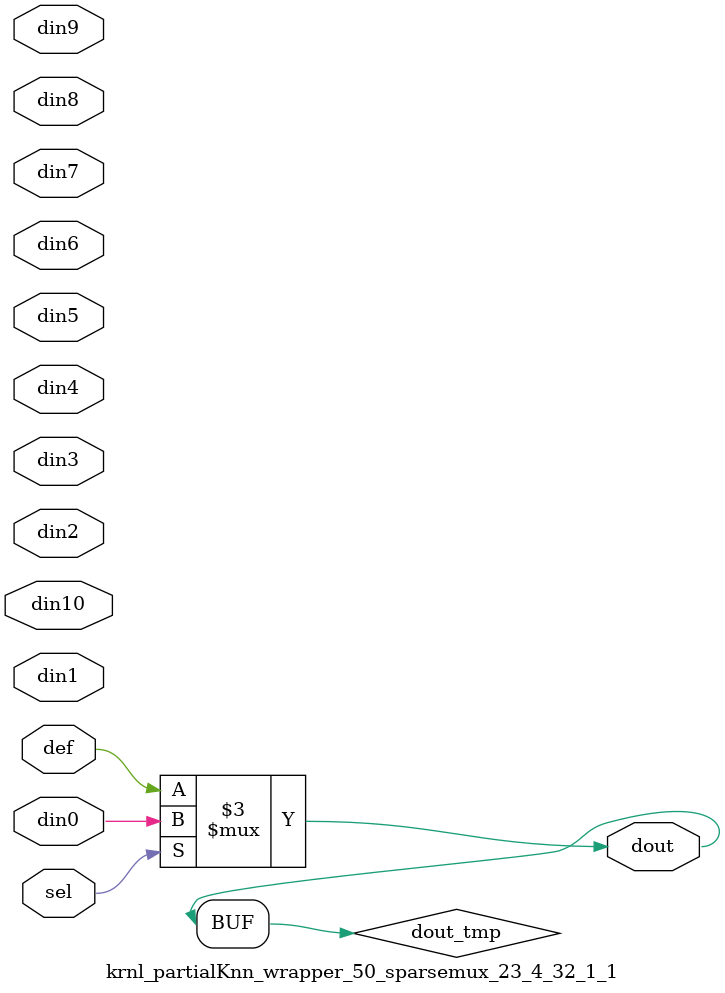
<source format=v>
`timescale 1ns / 1ps

module krnl_partialKnn_wrapper_50_sparsemux_23_4_32_1_1 (din0,din1,din2,din3,din4,din5,din6,din7,din8,din9,din10,def,sel,dout);

parameter din0_WIDTH = 1;

parameter din1_WIDTH = 1;

parameter din2_WIDTH = 1;

parameter din3_WIDTH = 1;

parameter din4_WIDTH = 1;

parameter din5_WIDTH = 1;

parameter din6_WIDTH = 1;

parameter din7_WIDTH = 1;

parameter din8_WIDTH = 1;

parameter din9_WIDTH = 1;

parameter din10_WIDTH = 1;

parameter def_WIDTH = 1;
parameter sel_WIDTH = 1;
parameter dout_WIDTH = 1;

parameter [sel_WIDTH-1:0] CASE0 = 1;

parameter [sel_WIDTH-1:0] CASE1 = 1;

parameter [sel_WIDTH-1:0] CASE2 = 1;

parameter [sel_WIDTH-1:0] CASE3 = 1;

parameter [sel_WIDTH-1:0] CASE4 = 1;

parameter [sel_WIDTH-1:0] CASE5 = 1;

parameter [sel_WIDTH-1:0] CASE6 = 1;

parameter [sel_WIDTH-1:0] CASE7 = 1;

parameter [sel_WIDTH-1:0] CASE8 = 1;

parameter [sel_WIDTH-1:0] CASE9 = 1;

parameter [sel_WIDTH-1:0] CASE10 = 1;

parameter ID = 1;
parameter NUM_STAGE = 1;



input [din0_WIDTH-1:0] din0;

input [din1_WIDTH-1:0] din1;

input [din2_WIDTH-1:0] din2;

input [din3_WIDTH-1:0] din3;

input [din4_WIDTH-1:0] din4;

input [din5_WIDTH-1:0] din5;

input [din6_WIDTH-1:0] din6;

input [din7_WIDTH-1:0] din7;

input [din8_WIDTH-1:0] din8;

input [din9_WIDTH-1:0] din9;

input [din10_WIDTH-1:0] din10;

input [def_WIDTH-1:0] def;
input [sel_WIDTH-1:0] sel;

output [dout_WIDTH-1:0] dout;



reg [dout_WIDTH-1:0] dout_tmp;

always @ (*) begin
case (sel)
    
    CASE0 : dout_tmp = din0;
    
    CASE1 : dout_tmp = din1;
    
    CASE2 : dout_tmp = din2;
    
    CASE3 : dout_tmp = din3;
    
    CASE4 : dout_tmp = din4;
    
    CASE5 : dout_tmp = din5;
    
    CASE6 : dout_tmp = din6;
    
    CASE7 : dout_tmp = din7;
    
    CASE8 : dout_tmp = din8;
    
    CASE9 : dout_tmp = din9;
    
    CASE10 : dout_tmp = din10;
    
    default : dout_tmp = def;
endcase
end


assign dout = dout_tmp;



endmodule

</source>
